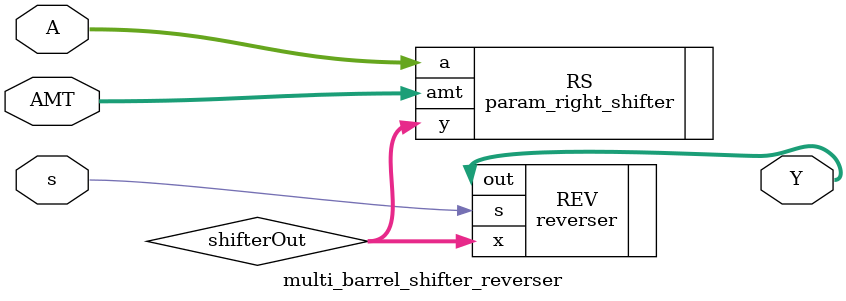
<source format=sv>
`timescale 1ns / 1ps


module multi_barrel_shifter_reverser
    #(parameter N = 3)(
    input logic [2**N - 1:0] A,
    input logic [2:0] AMT,
    input logic s,
    output logic [2**N - 1:0] Y
    );
    //wire for shifter output to be fed to reverser
    logic [2**N - 1:0] shifterOut;
    
    param_right_shifter #(.N(N)) RS (
        .a(A),
        .amt(AMT),
        .y(shifterOut)
    );
    
    reverser #(.N(N)) REV(
        .x(shifterOut),
        .s(s),
        .out(Y)
    );
endmodule

</source>
